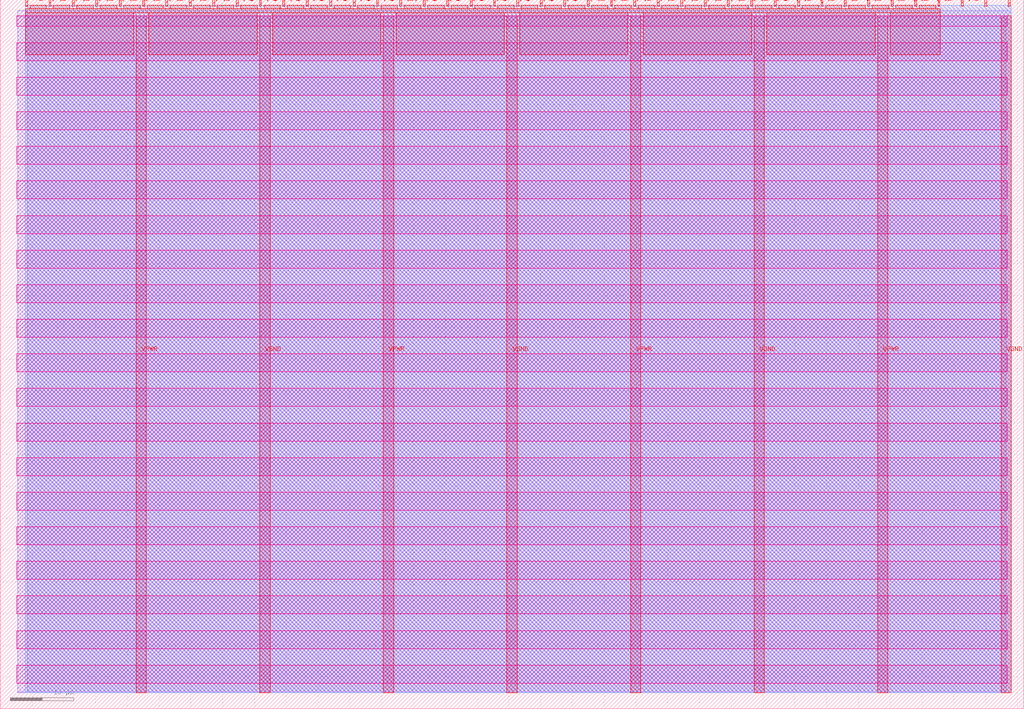
<source format=lef>
VERSION 5.7 ;
  NOWIREEXTENSIONATPIN ON ;
  DIVIDERCHAR "/" ;
  BUSBITCHARS "[]" ;
MACRO tt_um_wokwi_395614106833794049
  CLASS BLOCK ;
  FOREIGN tt_um_wokwi_395614106833794049 ;
  ORIGIN 0.000 0.000 ;
  SIZE 161.000 BY 111.520 ;
  PIN VGND
    DIRECTION INOUT ;
    USE GROUND ;
    PORT
      LAYER met4 ;
        RECT 40.830 2.480 42.430 109.040 ;
    END
    PORT
      LAYER met4 ;
        RECT 79.700 2.480 81.300 109.040 ;
    END
    PORT
      LAYER met4 ;
        RECT 118.570 2.480 120.170 109.040 ;
    END
    PORT
      LAYER met4 ;
        RECT 157.440 2.480 159.040 109.040 ;
    END
  END VGND
  PIN VPWR
    DIRECTION INOUT ;
    USE POWER ;
    PORT
      LAYER met4 ;
        RECT 21.395 2.480 22.995 109.040 ;
    END
    PORT
      LAYER met4 ;
        RECT 60.265 2.480 61.865 109.040 ;
    END
    PORT
      LAYER met4 ;
        RECT 99.135 2.480 100.735 109.040 ;
    END
    PORT
      LAYER met4 ;
        RECT 138.005 2.480 139.605 109.040 ;
    END
  END VPWR
  PIN clk
    DIRECTION INPUT ;
    USE SIGNAL ;
    PORT
      LAYER met4 ;
        RECT 154.870 110.520 155.170 111.520 ;
    END
  END clk
  PIN ena
    DIRECTION INPUT ;
    USE SIGNAL ;
    PORT
      LAYER met4 ;
        RECT 158.550 110.520 158.850 111.520 ;
    END
  END ena
  PIN rst_n
    DIRECTION INPUT ;
    USE SIGNAL ;
    PORT
      LAYER met4 ;
        RECT 151.190 110.520 151.490 111.520 ;
    END
  END rst_n
  PIN ui_in[0]
    DIRECTION INPUT ;
    USE SIGNAL ;
    ANTENNAGATEAREA 0.213000 ;
    PORT
      LAYER met4 ;
        RECT 147.510 110.520 147.810 111.520 ;
    END
  END ui_in[0]
  PIN ui_in[1]
    DIRECTION INPUT ;
    USE SIGNAL ;
    ANTENNAGATEAREA 0.213000 ;
    PORT
      LAYER met4 ;
        RECT 143.830 110.520 144.130 111.520 ;
    END
  END ui_in[1]
  PIN ui_in[2]
    DIRECTION INPUT ;
    USE SIGNAL ;
    ANTENNAGATEAREA 0.159000 ;
    PORT
      LAYER met4 ;
        RECT 140.150 110.520 140.450 111.520 ;
    END
  END ui_in[2]
  PIN ui_in[3]
    DIRECTION INPUT ;
    USE SIGNAL ;
    ANTENNAGATEAREA 0.159000 ;
    PORT
      LAYER met4 ;
        RECT 136.470 110.520 136.770 111.520 ;
    END
  END ui_in[3]
  PIN ui_in[4]
    DIRECTION INPUT ;
    USE SIGNAL ;
    ANTENNAGATEAREA 0.159000 ;
    PORT
      LAYER met4 ;
        RECT 132.790 110.520 133.090 111.520 ;
    END
  END ui_in[4]
  PIN ui_in[5]
    DIRECTION INPUT ;
    USE SIGNAL ;
    ANTENNAGATEAREA 0.196500 ;
    PORT
      LAYER met4 ;
        RECT 129.110 110.520 129.410 111.520 ;
    END
  END ui_in[5]
  PIN ui_in[6]
    DIRECTION INPUT ;
    USE SIGNAL ;
    ANTENNAGATEAREA 0.213000 ;
    PORT
      LAYER met4 ;
        RECT 125.430 110.520 125.730 111.520 ;
    END
  END ui_in[6]
  PIN ui_in[7]
    DIRECTION INPUT ;
    USE SIGNAL ;
    ANTENNAGATEAREA 0.213000 ;
    PORT
      LAYER met4 ;
        RECT 121.750 110.520 122.050 111.520 ;
    END
  END ui_in[7]
  PIN uio_in[0]
    DIRECTION INPUT ;
    USE SIGNAL ;
    ANTENNAGATEAREA 0.159000 ;
    PORT
      LAYER met4 ;
        RECT 118.070 110.520 118.370 111.520 ;
    END
  END uio_in[0]
  PIN uio_in[1]
    DIRECTION INPUT ;
    USE SIGNAL ;
    ANTENNAGATEAREA 0.213000 ;
    PORT
      LAYER met4 ;
        RECT 114.390 110.520 114.690 111.520 ;
    END
  END uio_in[1]
  PIN uio_in[2]
    DIRECTION INPUT ;
    USE SIGNAL ;
    ANTENNAGATEAREA 0.196500 ;
    PORT
      LAYER met4 ;
        RECT 110.710 110.520 111.010 111.520 ;
    END
  END uio_in[2]
  PIN uio_in[3]
    DIRECTION INPUT ;
    USE SIGNAL ;
    ANTENNAGATEAREA 0.196500 ;
    PORT
      LAYER met4 ;
        RECT 107.030 110.520 107.330 111.520 ;
    END
  END uio_in[3]
  PIN uio_in[4]
    DIRECTION INPUT ;
    USE SIGNAL ;
    ANTENNAGATEAREA 0.196500 ;
    PORT
      LAYER met4 ;
        RECT 103.350 110.520 103.650 111.520 ;
    END
  END uio_in[4]
  PIN uio_in[5]
    DIRECTION INPUT ;
    USE SIGNAL ;
    ANTENNAGATEAREA 0.196500 ;
    PORT
      LAYER met4 ;
        RECT 99.670 110.520 99.970 111.520 ;
    END
  END uio_in[5]
  PIN uio_in[6]
    DIRECTION INPUT ;
    USE SIGNAL ;
    ANTENNAGATEAREA 0.196500 ;
    PORT
      LAYER met4 ;
        RECT 95.990 110.520 96.290 111.520 ;
    END
  END uio_in[6]
  PIN uio_in[7]
    DIRECTION INPUT ;
    USE SIGNAL ;
    ANTENNAGATEAREA 0.196500 ;
    PORT
      LAYER met4 ;
        RECT 92.310 110.520 92.610 111.520 ;
    END
  END uio_in[7]
  PIN uio_oe[0]
    DIRECTION OUTPUT TRISTATE ;
    USE SIGNAL ;
    PORT
      LAYER met4 ;
        RECT 29.750 110.520 30.050 111.520 ;
    END
  END uio_oe[0]
  PIN uio_oe[1]
    DIRECTION OUTPUT TRISTATE ;
    USE SIGNAL ;
    PORT
      LAYER met4 ;
        RECT 26.070 110.520 26.370 111.520 ;
    END
  END uio_oe[1]
  PIN uio_oe[2]
    DIRECTION OUTPUT TRISTATE ;
    USE SIGNAL ;
    PORT
      LAYER met4 ;
        RECT 22.390 110.520 22.690 111.520 ;
    END
  END uio_oe[2]
  PIN uio_oe[3]
    DIRECTION OUTPUT TRISTATE ;
    USE SIGNAL ;
    PORT
      LAYER met4 ;
        RECT 18.710 110.520 19.010 111.520 ;
    END
  END uio_oe[3]
  PIN uio_oe[4]
    DIRECTION OUTPUT TRISTATE ;
    USE SIGNAL ;
    PORT
      LAYER met4 ;
        RECT 15.030 110.520 15.330 111.520 ;
    END
  END uio_oe[4]
  PIN uio_oe[5]
    DIRECTION OUTPUT TRISTATE ;
    USE SIGNAL ;
    PORT
      LAYER met4 ;
        RECT 11.350 110.520 11.650 111.520 ;
    END
  END uio_oe[5]
  PIN uio_oe[6]
    DIRECTION OUTPUT TRISTATE ;
    USE SIGNAL ;
    PORT
      LAYER met4 ;
        RECT 7.670 110.520 7.970 111.520 ;
    END
  END uio_oe[6]
  PIN uio_oe[7]
    DIRECTION OUTPUT TRISTATE ;
    USE SIGNAL ;
    PORT
      LAYER met4 ;
        RECT 3.990 110.520 4.290 111.520 ;
    END
  END uio_oe[7]
  PIN uio_out[0]
    DIRECTION OUTPUT TRISTATE ;
    USE SIGNAL ;
    PORT
      LAYER met4 ;
        RECT 59.190 110.520 59.490 111.520 ;
    END
  END uio_out[0]
  PIN uio_out[1]
    DIRECTION OUTPUT TRISTATE ;
    USE SIGNAL ;
    PORT
      LAYER met4 ;
        RECT 55.510 110.520 55.810 111.520 ;
    END
  END uio_out[1]
  PIN uio_out[2]
    DIRECTION OUTPUT TRISTATE ;
    USE SIGNAL ;
    PORT
      LAYER met4 ;
        RECT 51.830 110.520 52.130 111.520 ;
    END
  END uio_out[2]
  PIN uio_out[3]
    DIRECTION OUTPUT TRISTATE ;
    USE SIGNAL ;
    PORT
      LAYER met4 ;
        RECT 48.150 110.520 48.450 111.520 ;
    END
  END uio_out[3]
  PIN uio_out[4]
    DIRECTION OUTPUT TRISTATE ;
    USE SIGNAL ;
    PORT
      LAYER met4 ;
        RECT 44.470 110.520 44.770 111.520 ;
    END
  END uio_out[4]
  PIN uio_out[5]
    DIRECTION OUTPUT TRISTATE ;
    USE SIGNAL ;
    PORT
      LAYER met4 ;
        RECT 40.790 110.520 41.090 111.520 ;
    END
  END uio_out[5]
  PIN uio_out[6]
    DIRECTION OUTPUT TRISTATE ;
    USE SIGNAL ;
    PORT
      LAYER met4 ;
        RECT 37.110 110.520 37.410 111.520 ;
    END
  END uio_out[6]
  PIN uio_out[7]
    DIRECTION OUTPUT TRISTATE ;
    USE SIGNAL ;
    PORT
      LAYER met4 ;
        RECT 33.430 110.520 33.730 111.520 ;
    END
  END uio_out[7]
  PIN uo_out[0]
    DIRECTION OUTPUT TRISTATE ;
    USE SIGNAL ;
    ANTENNADIFFAREA 0.445500 ;
    PORT
      LAYER met4 ;
        RECT 88.630 110.520 88.930 111.520 ;
    END
  END uo_out[0]
  PIN uo_out[1]
    DIRECTION OUTPUT TRISTATE ;
    USE SIGNAL ;
    ANTENNADIFFAREA 0.445500 ;
    PORT
      LAYER met4 ;
        RECT 84.950 110.520 85.250 111.520 ;
    END
  END uo_out[1]
  PIN uo_out[2]
    DIRECTION OUTPUT TRISTATE ;
    USE SIGNAL ;
    ANTENNADIFFAREA 0.445500 ;
    PORT
      LAYER met4 ;
        RECT 81.270 110.520 81.570 111.520 ;
    END
  END uo_out[2]
  PIN uo_out[3]
    DIRECTION OUTPUT TRISTATE ;
    USE SIGNAL ;
    ANTENNADIFFAREA 0.445500 ;
    PORT
      LAYER met4 ;
        RECT 77.590 110.520 77.890 111.520 ;
    END
  END uo_out[3]
  PIN uo_out[4]
    DIRECTION OUTPUT TRISTATE ;
    USE SIGNAL ;
    ANTENNADIFFAREA 0.795200 ;
    PORT
      LAYER met4 ;
        RECT 73.910 110.520 74.210 111.520 ;
    END
  END uo_out[4]
  PIN uo_out[5]
    DIRECTION OUTPUT TRISTATE ;
    USE SIGNAL ;
    ANTENNADIFFAREA 0.795200 ;
    PORT
      LAYER met4 ;
        RECT 70.230 110.520 70.530 111.520 ;
    END
  END uo_out[5]
  PIN uo_out[6]
    DIRECTION OUTPUT TRISTATE ;
    USE SIGNAL ;
    ANTENNADIFFAREA 0.445500 ;
    PORT
      LAYER met4 ;
        RECT 66.550 110.520 66.850 111.520 ;
    END
  END uo_out[6]
  PIN uo_out[7]
    DIRECTION OUTPUT TRISTATE ;
    USE SIGNAL ;
    ANTENNADIFFAREA 0.445500 ;
    PORT
      LAYER met4 ;
        RECT 62.870 110.520 63.170 111.520 ;
    END
  END uo_out[7]
  OBS
      LAYER nwell ;
        RECT 2.570 107.385 158.430 108.990 ;
        RECT 2.570 101.945 158.430 104.775 ;
        RECT 2.570 96.505 158.430 99.335 ;
        RECT 2.570 91.065 158.430 93.895 ;
        RECT 2.570 85.625 158.430 88.455 ;
        RECT 2.570 80.185 158.430 83.015 ;
        RECT 2.570 74.745 158.430 77.575 ;
        RECT 2.570 69.305 158.430 72.135 ;
        RECT 2.570 63.865 158.430 66.695 ;
        RECT 2.570 58.425 158.430 61.255 ;
        RECT 2.570 52.985 158.430 55.815 ;
        RECT 2.570 47.545 158.430 50.375 ;
        RECT 2.570 42.105 158.430 44.935 ;
        RECT 2.570 36.665 158.430 39.495 ;
        RECT 2.570 31.225 158.430 34.055 ;
        RECT 2.570 25.785 158.430 28.615 ;
        RECT 2.570 20.345 158.430 23.175 ;
        RECT 2.570 14.905 158.430 17.735 ;
        RECT 2.570 9.465 158.430 12.295 ;
        RECT 2.570 4.025 158.430 6.855 ;
      LAYER li1 ;
        RECT 2.760 2.635 158.240 108.885 ;
      LAYER met1 ;
        RECT 2.760 2.480 159.040 109.780 ;
      LAYER met2 ;
        RECT 4.230 2.535 159.010 110.685 ;
      LAYER met3 ;
        RECT 3.950 2.555 159.030 110.665 ;
      LAYER met4 ;
        RECT 4.690 110.120 7.270 110.665 ;
        RECT 8.370 110.120 10.950 110.665 ;
        RECT 12.050 110.120 14.630 110.665 ;
        RECT 15.730 110.120 18.310 110.665 ;
        RECT 19.410 110.120 21.990 110.665 ;
        RECT 23.090 110.120 25.670 110.665 ;
        RECT 26.770 110.120 29.350 110.665 ;
        RECT 30.450 110.120 33.030 110.665 ;
        RECT 34.130 110.120 36.710 110.665 ;
        RECT 37.810 110.120 40.390 110.665 ;
        RECT 41.490 110.120 44.070 110.665 ;
        RECT 45.170 110.120 47.750 110.665 ;
        RECT 48.850 110.120 51.430 110.665 ;
        RECT 52.530 110.120 55.110 110.665 ;
        RECT 56.210 110.120 58.790 110.665 ;
        RECT 59.890 110.120 62.470 110.665 ;
        RECT 63.570 110.120 66.150 110.665 ;
        RECT 67.250 110.120 69.830 110.665 ;
        RECT 70.930 110.120 73.510 110.665 ;
        RECT 74.610 110.120 77.190 110.665 ;
        RECT 78.290 110.120 80.870 110.665 ;
        RECT 81.970 110.120 84.550 110.665 ;
        RECT 85.650 110.120 88.230 110.665 ;
        RECT 89.330 110.120 91.910 110.665 ;
        RECT 93.010 110.120 95.590 110.665 ;
        RECT 96.690 110.120 99.270 110.665 ;
        RECT 100.370 110.120 102.950 110.665 ;
        RECT 104.050 110.120 106.630 110.665 ;
        RECT 107.730 110.120 110.310 110.665 ;
        RECT 111.410 110.120 113.990 110.665 ;
        RECT 115.090 110.120 117.670 110.665 ;
        RECT 118.770 110.120 121.350 110.665 ;
        RECT 122.450 110.120 125.030 110.665 ;
        RECT 126.130 110.120 128.710 110.665 ;
        RECT 129.810 110.120 132.390 110.665 ;
        RECT 133.490 110.120 136.070 110.665 ;
        RECT 137.170 110.120 139.750 110.665 ;
        RECT 140.850 110.120 143.430 110.665 ;
        RECT 144.530 110.120 147.110 110.665 ;
        RECT 3.975 109.440 147.825 110.120 ;
        RECT 3.975 102.855 20.995 109.440 ;
        RECT 23.395 102.855 40.430 109.440 ;
        RECT 42.830 102.855 59.865 109.440 ;
        RECT 62.265 102.855 79.300 109.440 ;
        RECT 81.700 102.855 98.735 109.440 ;
        RECT 101.135 102.855 118.170 109.440 ;
        RECT 120.570 102.855 137.605 109.440 ;
        RECT 140.005 102.855 147.825 109.440 ;
  END
END tt_um_wokwi_395614106833794049
END LIBRARY


</source>
